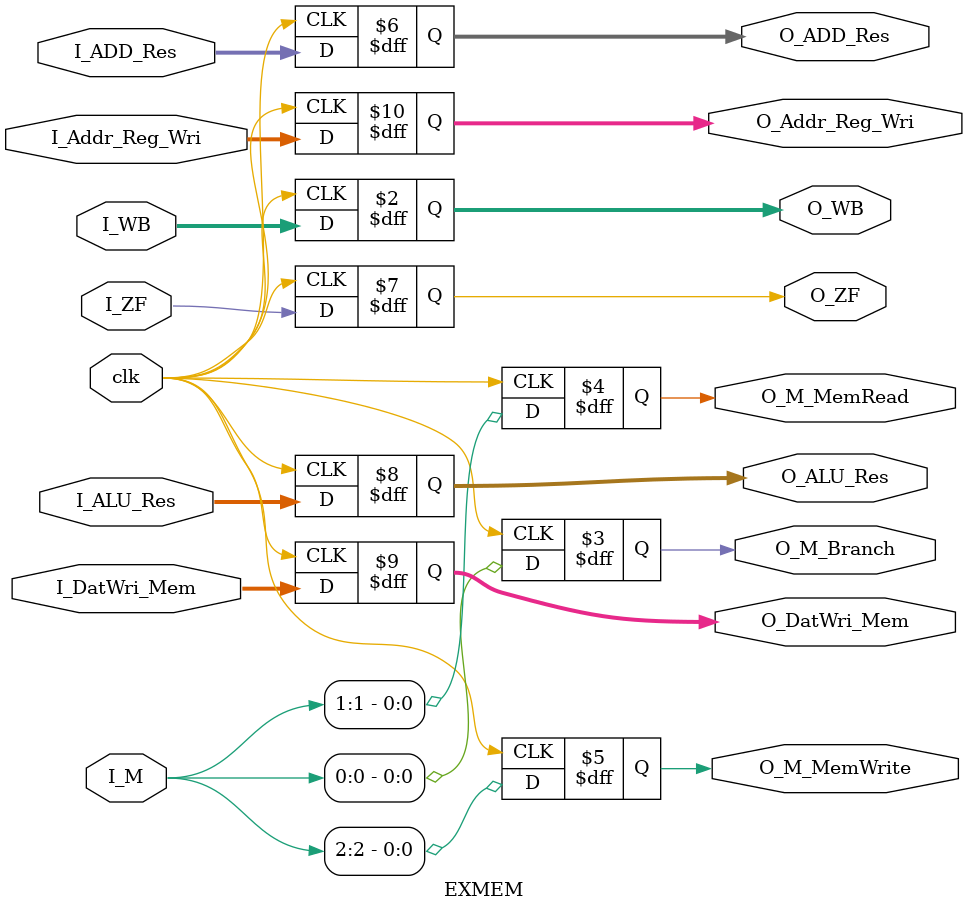
<source format=v>
module EXMEM(
input clk,
input [1:0]I_WB,
input [2:0]I_M,
input [31:0]I_ADD_Res,
input I_ZF,
input [31:0]I_ALU_Res,
input [31:0]I_DatWri_Mem,
input [4:0]I_Addr_Reg_Wri,
output reg [1:0]O_WB,
output reg O_M_Branch,
output reg O_M_MemRead,
output reg O_M_MemWrite,
output reg [31:0]O_ADD_Res,
output reg O_ZF,
output reg [31:0]O_ALU_Res,
output reg [31:0]O_DatWri_Mem,
output reg [4:0]O_Addr_Reg_Wri);

always @(posedge clk)
begin
	O_WB=I_WB;
	O_M_Branch=I_M[0];
	O_M_MemRead=I_M[1];
	O_M_MemWrite=I_M[2];
	O_ADD_Res=I_ADD_Res;
	O_ZF=I_ZF;
	O_ALU_Res=I_ALU_Res;
	O_DatWri_Mem=I_DatWri_Mem;
	O_Addr_Reg_Wri=I_Addr_Reg_Wri;
end

endmodule
</source>
